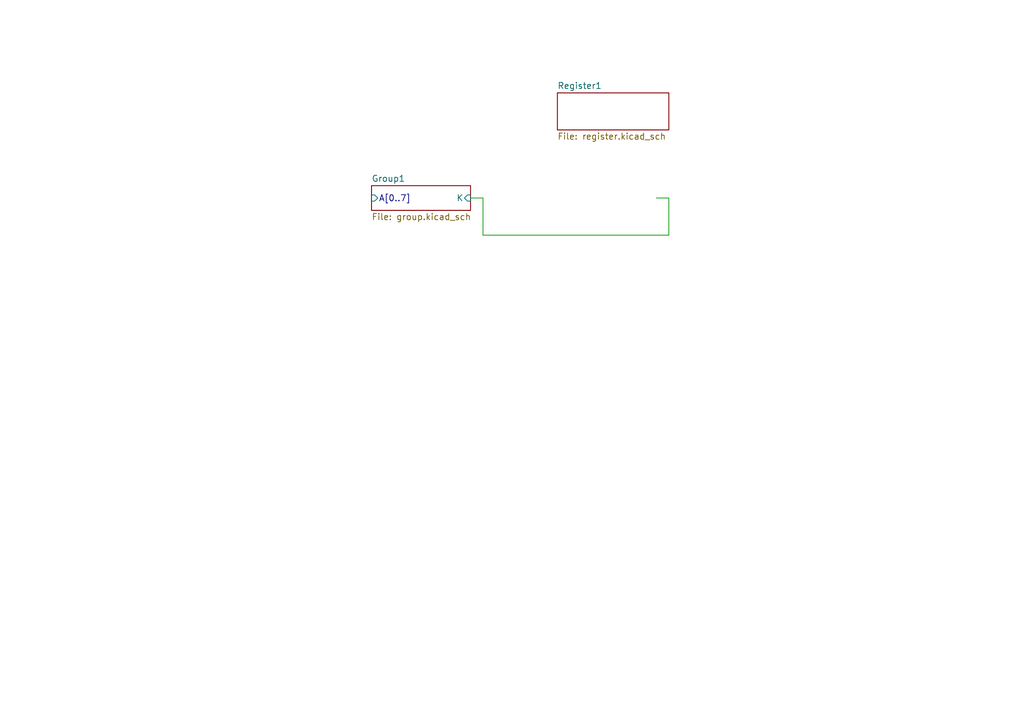
<source format=kicad_sch>
(kicad_sch
	(version 20231120)
	(generator "eeschema")
	(generator_version "8.0")
	(uuid "75183145-e70b-4d6c-86dd-7e6a23b93e96")
	(paper "A5")
	(lib_symbols)
	(wire
		(pts
			(xy 137.16 48.26) (xy 137.16 40.64)
		)
		(stroke
			(width 0)
			(type default)
		)
		(uuid "932d1d8b-2a06-45a6-bc4f-4926e962e32a")
	)
	(wire
		(pts
			(xy 137.16 40.64) (xy 134.62 40.64)
		)
		(stroke
			(width 0)
			(type default)
		)
		(uuid "a3904bd6-9bc9-4d52-afeb-ed5799ef7009")
	)
	(wire
		(pts
			(xy 96.52 40.64) (xy 99.06 40.64)
		)
		(stroke
			(width 0)
			(type default)
		)
		(uuid "c2cad50f-f533-40a9-8681-40d8c1fc35f9")
	)
	(wire
		(pts
			(xy 99.06 48.26) (xy 137.16 48.26)
		)
		(stroke
			(width 0)
			(type default)
		)
		(uuid "d8068249-aeac-4d3f-9f58-082368d9ae8d")
	)
	(wire
		(pts
			(xy 99.06 40.64) (xy 99.06 48.26)
		)
		(stroke
			(width 0)
			(type default)
		)
		(uuid "fe412b74-516d-447b-ab66-2146480b3fbc")
	)
	(sheet
		(at 114.3 19.05)
		(size 22.86 7.62)
		(fields_autoplaced yes)
		(stroke
			(width 0.1524)
			(type solid)
		)
		(fill
			(color 0 0 0 0.0000)
		)
		(uuid "4ffb8c99-e2cb-41aa-b020-6c5fc60c2783")
		(property "Sheetname" "Register1"
			(at 114.3 18.3384 0)
			(effects
				(font
					(size 1.27 1.27)
				)
				(justify left bottom)
			)
		)
		(property "Sheetfile" "register.kicad_sch"
			(at 114.3 27.2546 0)
			(effects
				(font
					(size 1.27 1.27)
				)
				(justify left top)
			)
		)
		(instances
			(project "led-display"
				(path "/b91428f0-b0b0-40b6-a29d-063fba957930/382363ff-50c7-441a-aafd-5f15ada33b28"
					(page "12")
				)
			)
		)
	)
	(sheet
		(at 76.2 38.1)
		(size 20.32 5.08)
		(fields_autoplaced yes)
		(stroke
			(width 0.1524)
			(type solid)
		)
		(fill
			(color 0 0 0 0.0000)
		)
		(uuid "514c2772-fb54-43ed-9369-3d264518a003")
		(property "Sheetname" "Group1"
			(at 76.2 37.3884 0)
			(effects
				(font
					(size 1.27 1.27)
				)
				(justify left bottom)
			)
		)
		(property "Sheetfile" "group.kicad_sch"
			(at 76.2 43.7646 0)
			(effects
				(font
					(size 1.27 1.27)
				)
				(justify left top)
			)
		)
		(pin "A[0..7]" input
			(at 76.2 40.64 180)
			(effects
				(font
					(size 1.27 1.27)
				)
				(justify left)
			)
			(uuid "0a0bb2bd-98c1-43ce-a5b1-0329cdf0f342")
		)
		(pin "K" input
			(at 96.52 40.64 0)
			(effects
				(font
					(size 1.27 1.27)
				)
				(justify right)
			)
			(uuid "d830bdb0-9f6d-4ac9-a63b-efe2c24efdfb")
		)
		(instances
			(project "led-display"
				(path "/b91428f0-b0b0-40b6-a29d-063fba957930/382363ff-50c7-441a-aafd-5f15ada33b28"
					(page "3")
				)
			)
		)
	)
)

</source>
